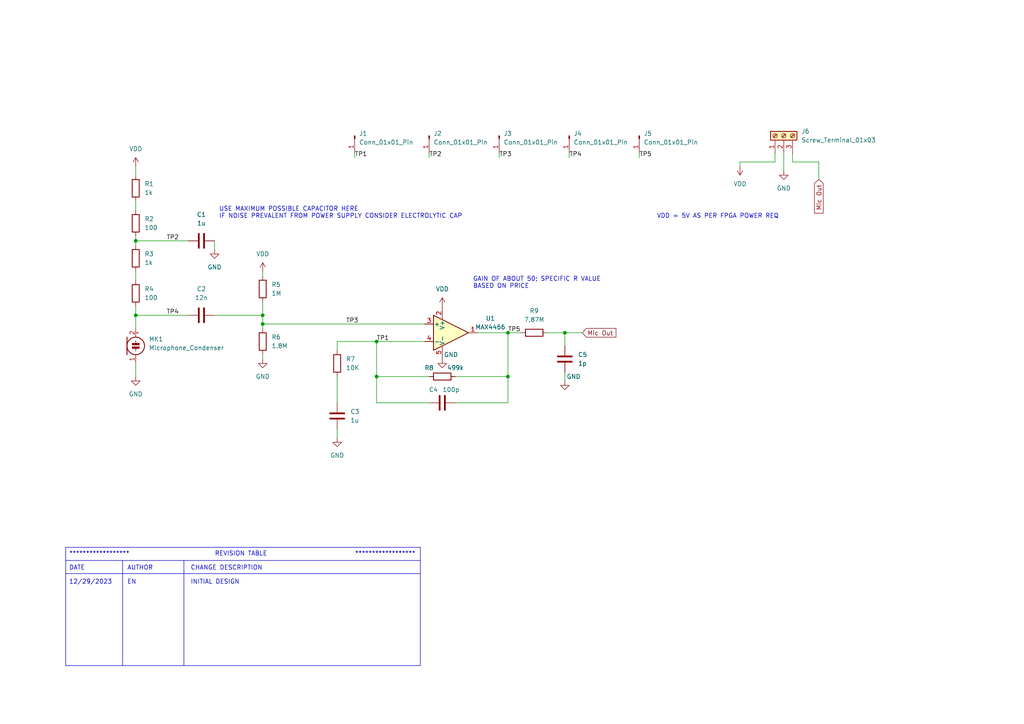
<source format=kicad_sch>
(kicad_sch (version 20230121) (generator eeschema)

  (uuid 571519de-2eb8-4552-bf3a-b048993b617b)

  (paper "A4")

  (title_block
    (title "MICROPHONE SCHEMATIC")
    (rev "A")
    (company "LNVD")
    (comment 1 "AUTHOR: EVAN NEWELL")
  )

  (lib_symbols
    (symbol "Amplifier_Operational:TSV911RILT" (pin_names (offset 0.127)) (in_bom yes) (on_board yes)
      (property "Reference" "U" (at 0 5.08 0)
        (effects (font (size 1.27 1.27)) (justify left))
      )
      (property "Value" "TSV911RILT" (at 0 -5.08 0)
        (effects (font (size 1.27 1.27)) (justify left))
      )
      (property "Footprint" "Package_TO_SOT_SMD:SOT-23-5" (at 0 0 0)
        (effects (font (size 1.27 1.27)) hide)
      )
      (property "Datasheet" "www.st.com/resource/en/datasheet/tsv911.pdf" (at 0 5.08 0)
        (effects (font (size 1.27 1.27)) hide)
      )
      (property "ki_keywords" "single opamp" (at 0 0 0)
        (effects (font (size 1.27 1.27)) hide)
      )
      (property "ki_description" "Single rail-to-rail input/output 8 MHz operational amplifiers, SOT-23-5" (at 0 0 0)
        (effects (font (size 1.27 1.27)) hide)
      )
      (property "ki_fp_filters" "SOT?23*" (at 0 0 0)
        (effects (font (size 1.27 1.27)) hide)
      )
      (symbol "TSV911RILT_0_1"
        (polyline
          (pts
            (xy -5.08 5.08)
            (xy 5.08 0)
            (xy -5.08 -5.08)
            (xy -5.08 5.08)
          )
          (stroke (width 0.254) (type default))
          (fill (type background))
        )
        (pin power_in line (at -2.54 7.62 270) (length 3.81)
          (name "V+" (effects (font (size 1.27 1.27))))
          (number "2" (effects (font (size 1.27 1.27))))
        )
        (pin power_in line (at -2.54 -7.62 90) (length 3.81)
          (name "V-" (effects (font (size 1.27 1.27))))
          (number "5" (effects (font (size 1.27 1.27))))
        )
      )
      (symbol "TSV911RILT_1_1"
        (pin output line (at 7.62 0 180) (length 2.54)
          (name "~" (effects (font (size 1.27 1.27))))
          (number "1" (effects (font (size 1.27 1.27))))
        )
        (pin input line (at -7.62 2.54 0) (length 2.54)
          (name "+" (effects (font (size 1.27 1.27))))
          (number "3" (effects (font (size 1.27 1.27))))
        )
        (pin input line (at -7.62 -2.54 0) (length 2.54)
          (name "-" (effects (font (size 1.27 1.27))))
          (number "4" (effects (font (size 1.27 1.27))))
        )
      )
    )
    (symbol "Connector:Conn_01x01_Pin" (pin_names (offset 1.016) hide) (in_bom yes) (on_board yes)
      (property "Reference" "J" (at 0 2.54 0)
        (effects (font (size 1.27 1.27)))
      )
      (property "Value" "Conn_01x01_Pin" (at 0 -2.54 0)
        (effects (font (size 1.27 1.27)))
      )
      (property "Footprint" "" (at 0 0 0)
        (effects (font (size 1.27 1.27)) hide)
      )
      (property "Datasheet" "~" (at 0 0 0)
        (effects (font (size 1.27 1.27)) hide)
      )
      (property "ki_locked" "" (at 0 0 0)
        (effects (font (size 1.27 1.27)))
      )
      (property "ki_keywords" "connector" (at 0 0 0)
        (effects (font (size 1.27 1.27)) hide)
      )
      (property "ki_description" "Generic connector, single row, 01x01, script generated" (at 0 0 0)
        (effects (font (size 1.27 1.27)) hide)
      )
      (property "ki_fp_filters" "Connector*:*_1x??_*" (at 0 0 0)
        (effects (font (size 1.27 1.27)) hide)
      )
      (symbol "Conn_01x01_Pin_1_1"
        (polyline
          (pts
            (xy 1.27 0)
            (xy 0.8636 0)
          )
          (stroke (width 0.1524) (type default))
          (fill (type none))
        )
        (rectangle (start 0.8636 0.127) (end 0 -0.127)
          (stroke (width 0.1524) (type default))
          (fill (type outline))
        )
        (pin passive line (at 5.08 0 180) (length 3.81)
          (name "Pin_1" (effects (font (size 1.27 1.27))))
          (number "1" (effects (font (size 1.27 1.27))))
        )
      )
    )
    (symbol "Connector:Screw_Terminal_01x03" (pin_names (offset 1.016) hide) (in_bom yes) (on_board yes)
      (property "Reference" "J" (at 0 5.08 0)
        (effects (font (size 1.27 1.27)))
      )
      (property "Value" "Screw_Terminal_01x03" (at 0 -5.08 0)
        (effects (font (size 1.27 1.27)))
      )
      (property "Footprint" "" (at 0 0 0)
        (effects (font (size 1.27 1.27)) hide)
      )
      (property "Datasheet" "~" (at 0 0 0)
        (effects (font (size 1.27 1.27)) hide)
      )
      (property "ki_keywords" "screw terminal" (at 0 0 0)
        (effects (font (size 1.27 1.27)) hide)
      )
      (property "ki_description" "Generic screw terminal, single row, 01x03, script generated (kicad-library-utils/schlib/autogen/connector/)" (at 0 0 0)
        (effects (font (size 1.27 1.27)) hide)
      )
      (property "ki_fp_filters" "TerminalBlock*:*" (at 0 0 0)
        (effects (font (size 1.27 1.27)) hide)
      )
      (symbol "Screw_Terminal_01x03_1_1"
        (rectangle (start -1.27 3.81) (end 1.27 -3.81)
          (stroke (width 0.254) (type default))
          (fill (type background))
        )
        (circle (center 0 -2.54) (radius 0.635)
          (stroke (width 0.1524) (type default))
          (fill (type none))
        )
        (polyline
          (pts
            (xy -0.5334 -2.2098)
            (xy 0.3302 -3.048)
          )
          (stroke (width 0.1524) (type default))
          (fill (type none))
        )
        (polyline
          (pts
            (xy -0.5334 0.3302)
            (xy 0.3302 -0.508)
          )
          (stroke (width 0.1524) (type default))
          (fill (type none))
        )
        (polyline
          (pts
            (xy -0.5334 2.8702)
            (xy 0.3302 2.032)
          )
          (stroke (width 0.1524) (type default))
          (fill (type none))
        )
        (polyline
          (pts
            (xy -0.3556 -2.032)
            (xy 0.508 -2.8702)
          )
          (stroke (width 0.1524) (type default))
          (fill (type none))
        )
        (polyline
          (pts
            (xy -0.3556 0.508)
            (xy 0.508 -0.3302)
          )
          (stroke (width 0.1524) (type default))
          (fill (type none))
        )
        (polyline
          (pts
            (xy -0.3556 3.048)
            (xy 0.508 2.2098)
          )
          (stroke (width 0.1524) (type default))
          (fill (type none))
        )
        (circle (center 0 0) (radius 0.635)
          (stroke (width 0.1524) (type default))
          (fill (type none))
        )
        (circle (center 0 2.54) (radius 0.635)
          (stroke (width 0.1524) (type default))
          (fill (type none))
        )
        (pin passive line (at -5.08 2.54 0) (length 3.81)
          (name "Pin_1" (effects (font (size 1.27 1.27))))
          (number "1" (effects (font (size 1.27 1.27))))
        )
        (pin passive line (at -5.08 0 0) (length 3.81)
          (name "Pin_2" (effects (font (size 1.27 1.27))))
          (number "2" (effects (font (size 1.27 1.27))))
        )
        (pin passive line (at -5.08 -2.54 0) (length 3.81)
          (name "Pin_3" (effects (font (size 1.27 1.27))))
          (number "3" (effects (font (size 1.27 1.27))))
        )
      )
    )
    (symbol "Device:C" (pin_numbers hide) (pin_names (offset 0.254)) (in_bom yes) (on_board yes)
      (property "Reference" "C" (at 0.635 2.54 0)
        (effects (font (size 1.27 1.27)) (justify left))
      )
      (property "Value" "C" (at 0.635 -2.54 0)
        (effects (font (size 1.27 1.27)) (justify left))
      )
      (property "Footprint" "" (at 0.9652 -3.81 0)
        (effects (font (size 1.27 1.27)) hide)
      )
      (property "Datasheet" "~" (at 0 0 0)
        (effects (font (size 1.27 1.27)) hide)
      )
      (property "ki_keywords" "cap capacitor" (at 0 0 0)
        (effects (font (size 1.27 1.27)) hide)
      )
      (property "ki_description" "Unpolarized capacitor" (at 0 0 0)
        (effects (font (size 1.27 1.27)) hide)
      )
      (property "ki_fp_filters" "C_*" (at 0 0 0)
        (effects (font (size 1.27 1.27)) hide)
      )
      (symbol "C_0_1"
        (polyline
          (pts
            (xy -2.032 -0.762)
            (xy 2.032 -0.762)
          )
          (stroke (width 0.508) (type default))
          (fill (type none))
        )
        (polyline
          (pts
            (xy -2.032 0.762)
            (xy 2.032 0.762)
          )
          (stroke (width 0.508) (type default))
          (fill (type none))
        )
      )
      (symbol "C_1_1"
        (pin passive line (at 0 3.81 270) (length 2.794)
          (name "~" (effects (font (size 1.27 1.27))))
          (number "1" (effects (font (size 1.27 1.27))))
        )
        (pin passive line (at 0 -3.81 90) (length 2.794)
          (name "~" (effects (font (size 1.27 1.27))))
          (number "2" (effects (font (size 1.27 1.27))))
        )
      )
    )
    (symbol "Device:Microphone_Condenser" (pin_names (offset 0.0254) hide) (in_bom yes) (on_board yes)
      (property "Reference" "MK" (at -3.302 1.27 0)
        (effects (font (size 1.27 1.27)) (justify right))
      )
      (property "Value" "Microphone_Condenser" (at -3.302 -0.635 0)
        (effects (font (size 1.27 1.27)) (justify right))
      )
      (property "Footprint" "" (at 0 2.54 90)
        (effects (font (size 1.27 1.27)) hide)
      )
      (property "Datasheet" "~" (at 0 2.54 90)
        (effects (font (size 1.27 1.27)) hide)
      )
      (property "ki_keywords" "capacitance condenser microphone" (at 0 0 0)
        (effects (font (size 1.27 1.27)) hide)
      )
      (property "ki_description" "Condenser microphone" (at 0 0 0)
        (effects (font (size 1.27 1.27)) hide)
      )
      (symbol "Microphone_Condenser_0_1"
        (polyline
          (pts
            (xy -2.54 2.54)
            (xy -2.54 -2.54)
          )
          (stroke (width 0.254) (type default))
          (fill (type none))
        )
        (polyline
          (pts
            (xy 0 -0.762)
            (xy 0 -1.524)
          )
          (stroke (width 0) (type default))
          (fill (type none))
        )
        (polyline
          (pts
            (xy 0 0.762)
            (xy 0 1.524)
          )
          (stroke (width 0) (type default))
          (fill (type none))
        )
        (polyline
          (pts
            (xy 0.254 3.81)
            (xy 0.762 3.81)
          )
          (stroke (width 0) (type default))
          (fill (type none))
        )
        (polyline
          (pts
            (xy 0.508 4.064)
            (xy 0.508 3.556)
          )
          (stroke (width 0) (type default))
          (fill (type none))
        )
        (circle (center 0 0) (radius 2.54)
          (stroke (width 0.254) (type default))
          (fill (type none))
        )
        (rectangle (start 1.016 -0.254) (end -1.016 -0.762)
          (stroke (width 0) (type default))
          (fill (type outline))
        )
        (rectangle (start 1.016 0.762) (end -1.016 0.254)
          (stroke (width 0) (type default))
          (fill (type outline))
        )
      )
      (symbol "Microphone_Condenser_1_1"
        (pin passive line (at 0 -5.08 90) (length 2.54)
          (name "-" (effects (font (size 1.27 1.27))))
          (number "1" (effects (font (size 1.27 1.27))))
        )
        (pin passive line (at 0 5.08 270) (length 2.54)
          (name "+" (effects (font (size 1.27 1.27))))
          (number "2" (effects (font (size 1.27 1.27))))
        )
      )
    )
    (symbol "Device:R" (pin_numbers hide) (pin_names (offset 0)) (in_bom yes) (on_board yes)
      (property "Reference" "R" (at 2.032 0 90)
        (effects (font (size 1.27 1.27)))
      )
      (property "Value" "R" (at 0 0 90)
        (effects (font (size 1.27 1.27)))
      )
      (property "Footprint" "" (at -1.778 0 90)
        (effects (font (size 1.27 1.27)) hide)
      )
      (property "Datasheet" "~" (at 0 0 0)
        (effects (font (size 1.27 1.27)) hide)
      )
      (property "ki_keywords" "R res resistor" (at 0 0 0)
        (effects (font (size 1.27 1.27)) hide)
      )
      (property "ki_description" "Resistor" (at 0 0 0)
        (effects (font (size 1.27 1.27)) hide)
      )
      (property "ki_fp_filters" "R_*" (at 0 0 0)
        (effects (font (size 1.27 1.27)) hide)
      )
      (symbol "R_0_1"
        (rectangle (start -1.016 -2.54) (end 1.016 2.54)
          (stroke (width 0.254) (type default))
          (fill (type none))
        )
      )
      (symbol "R_1_1"
        (pin passive line (at 0 3.81 270) (length 1.27)
          (name "~" (effects (font (size 1.27 1.27))))
          (number "1" (effects (font (size 1.27 1.27))))
        )
        (pin passive line (at 0 -3.81 90) (length 1.27)
          (name "~" (effects (font (size 1.27 1.27))))
          (number "2" (effects (font (size 1.27 1.27))))
        )
      )
    )
    (symbol "power:GND" (power) (pin_names (offset 0)) (in_bom yes) (on_board yes)
      (property "Reference" "#PWR" (at 0 -6.35 0)
        (effects (font (size 1.27 1.27)) hide)
      )
      (property "Value" "GND" (at 0 -3.81 0)
        (effects (font (size 1.27 1.27)))
      )
      (property "Footprint" "" (at 0 0 0)
        (effects (font (size 1.27 1.27)) hide)
      )
      (property "Datasheet" "" (at 0 0 0)
        (effects (font (size 1.27 1.27)) hide)
      )
      (property "ki_keywords" "global power" (at 0 0 0)
        (effects (font (size 1.27 1.27)) hide)
      )
      (property "ki_description" "Power symbol creates a global label with name \"GND\" , ground" (at 0 0 0)
        (effects (font (size 1.27 1.27)) hide)
      )
      (symbol "GND_0_1"
        (polyline
          (pts
            (xy 0 0)
            (xy 0 -1.27)
            (xy 1.27 -1.27)
            (xy 0 -2.54)
            (xy -1.27 -1.27)
            (xy 0 -1.27)
          )
          (stroke (width 0) (type default))
          (fill (type none))
        )
      )
      (symbol "GND_1_1"
        (pin power_in line (at 0 0 270) (length 0) hide
          (name "GND" (effects (font (size 1.27 1.27))))
          (number "1" (effects (font (size 1.27 1.27))))
        )
      )
    )
    (symbol "power:VDD" (power) (pin_names (offset 0)) (in_bom yes) (on_board yes)
      (property "Reference" "#PWR" (at 0 -3.81 0)
        (effects (font (size 1.27 1.27)) hide)
      )
      (property "Value" "VDD" (at 0 3.81 0)
        (effects (font (size 1.27 1.27)))
      )
      (property "Footprint" "" (at 0 0 0)
        (effects (font (size 1.27 1.27)) hide)
      )
      (property "Datasheet" "" (at 0 0 0)
        (effects (font (size 1.27 1.27)) hide)
      )
      (property "ki_keywords" "global power" (at 0 0 0)
        (effects (font (size 1.27 1.27)) hide)
      )
      (property "ki_description" "Power symbol creates a global label with name \"VDD\"" (at 0 0 0)
        (effects (font (size 1.27 1.27)) hide)
      )
      (symbol "VDD_0_1"
        (polyline
          (pts
            (xy -0.762 1.27)
            (xy 0 2.54)
          )
          (stroke (width 0) (type default))
          (fill (type none))
        )
        (polyline
          (pts
            (xy 0 0)
            (xy 0 2.54)
          )
          (stroke (width 0) (type default))
          (fill (type none))
        )
        (polyline
          (pts
            (xy 0 2.54)
            (xy 0.762 1.27)
          )
          (stroke (width 0) (type default))
          (fill (type none))
        )
      )
      (symbol "VDD_1_1"
        (pin power_in line (at 0 0 90) (length 0) hide
          (name "VDD" (effects (font (size 1.27 1.27))))
          (number "1" (effects (font (size 1.27 1.27))))
        )
      )
    )
  )

  (junction (at 39.37 91.44) (diameter 0) (color 0 0 0 0)
    (uuid 2f56f7c9-394f-4255-802a-1e0694fde849)
  )
  (junction (at 39.37 69.85) (diameter 0) (color 0 0 0 0)
    (uuid 589e516c-c88d-4e51-ab9f-a88c2bfd3a15)
  )
  (junction (at 109.22 109.22) (diameter 0) (color 0 0 0 0)
    (uuid 6eaa23c2-72ab-4211-a46a-65e526106bd9)
  )
  (junction (at 147.32 96.52) (diameter 0) (color 0 0 0 0)
    (uuid 9d6e953f-d34a-4592-8628-e11865b5a1be)
  )
  (junction (at 147.32 109.22) (diameter 0) (color 0 0 0 0)
    (uuid ca528db7-21d0-46c7-bb86-dcf005610b07)
  )
  (junction (at 76.2 91.44) (diameter 0) (color 0 0 0 0)
    (uuid cdb7ab73-1195-46a1-9a97-92f7a2f0bbee)
  )
  (junction (at 109.22 99.06) (diameter 0) (color 0 0 0 0)
    (uuid d7cdf9c1-6e75-4c05-93a5-b5735f32ecc1)
  )
  (junction (at 163.83 96.52) (diameter 0) (color 0 0 0 0)
    (uuid ea54582b-4a74-4918-aff1-b0b4e0273c3f)
  )
  (junction (at 76.2 93.98) (diameter 0) (color 0 0 0 0)
    (uuid f8499a2c-e379-435a-8705-336e722e69aa)
  )

  (wire (pts (xy 39.37 78.74) (xy 39.37 81.28))
    (stroke (width 0) (type default))
    (uuid 058fb24e-6228-4d00-bcf3-8481b6000148)
  )
  (wire (pts (xy 237.49 52.07) (xy 237.49 46.99))
    (stroke (width 0) (type default))
    (uuid 0a4166fb-1fc7-466d-bda5-1b201a8dea47)
  )
  (wire (pts (xy 109.22 99.06) (xy 123.19 99.06))
    (stroke (width 0) (type default))
    (uuid 0acbd19d-d772-46af-b753-2e89e394b631)
  )
  (wire (pts (xy 76.2 93.98) (xy 123.19 93.98))
    (stroke (width 0) (type default))
    (uuid 0b78a5d2-6936-40b1-be79-53cefa7345dc)
  )
  (polyline (pts (xy 53.34 162.56) (xy 53.34 193.04))
    (stroke (width 0) (type default))
    (uuid 0c436b25-cc4e-4814-8784-aa93cd99f9a7)
  )

  (wire (pts (xy 62.23 72.39) (xy 62.23 69.85))
    (stroke (width 0) (type default))
    (uuid 10124c87-80d7-49fd-b89d-619c7de5c06e)
  )
  (polyline (pts (xy 19.05 166.37) (xy 121.92 166.37))
    (stroke (width 0) (type default))
    (uuid 21ba456d-6802-409c-a824-3c5765aeaf4c)
  )

  (wire (pts (xy 39.37 88.9) (xy 39.37 91.44))
    (stroke (width 0) (type default))
    (uuid 26a948c0-3034-4405-9fe3-ccb47055d4de)
  )
  (wire (pts (xy 163.83 96.52) (xy 168.91 96.52))
    (stroke (width 0) (type default))
    (uuid 2ace1c2e-59ec-42f0-baf6-fdb5b14dd5a2)
  )
  (wire (pts (xy 124.46 116.84) (xy 109.22 116.84))
    (stroke (width 0) (type default))
    (uuid 38c2a51a-ce5b-446c-97e1-b7f5836ca04e)
  )
  (wire (pts (xy 214.63 46.99) (xy 214.63 48.26))
    (stroke (width 0) (type default))
    (uuid 3c452847-4d96-4cee-9c78-a41b87ec8ec3)
  )
  (wire (pts (xy 76.2 104.14) (xy 76.2 102.87))
    (stroke (width 0) (type default))
    (uuid 3ce5a339-d126-4bfa-9c47-9aba9a9ab628)
  )
  (wire (pts (xy 151.13 96.52) (xy 147.32 96.52))
    (stroke (width 0) (type default))
    (uuid 49c70d29-ef6b-40a8-9f6c-000ada0f8597)
  )
  (wire (pts (xy 39.37 69.85) (xy 39.37 71.12))
    (stroke (width 0) (type default))
    (uuid 50461457-d2ac-47b6-9413-76928b8c300b)
  )
  (wire (pts (xy 144.78 45.72) (xy 144.78 44.45))
    (stroke (width 0) (type default))
    (uuid 5d1e75d9-ab19-45c0-bf05-9931754e5cc1)
  )
  (wire (pts (xy 109.22 109.22) (xy 124.46 109.22))
    (stroke (width 0) (type default))
    (uuid 5ea7ba68-c87a-41dc-8b42-2e7fd6ea8945)
  )
  (wire (pts (xy 224.79 46.99) (xy 224.79 44.45))
    (stroke (width 0) (type default))
    (uuid 66ab87f1-a3b1-4cd0-b942-dd58e1b890a1)
  )
  (wire (pts (xy 76.2 93.98) (xy 76.2 95.25))
    (stroke (width 0) (type default))
    (uuid 695c3065-392b-4c98-ac80-5394bccb4d0e)
  )
  (wire (pts (xy 147.32 109.22) (xy 132.08 109.22))
    (stroke (width 0) (type default))
    (uuid 6a7c7d02-31ea-405b-b55a-dcad3da7d4ea)
  )
  (wire (pts (xy 39.37 48.26) (xy 39.37 50.8))
    (stroke (width 0) (type default))
    (uuid 6b2219b8-97f6-4470-8b57-33d1319ccb8f)
  )
  (wire (pts (xy 147.32 116.84) (xy 147.32 109.22))
    (stroke (width 0) (type default))
    (uuid 6ce831eb-899c-4036-9ae9-6623e26a3add)
  )
  (wire (pts (xy 147.32 96.52) (xy 147.32 109.22))
    (stroke (width 0) (type default))
    (uuid 813eca34-7196-4baf-ab52-4d6289c4bf0e)
  )
  (wire (pts (xy 138.43 96.52) (xy 147.32 96.52))
    (stroke (width 0) (type default))
    (uuid 8215cad1-5e0d-43cc-a78d-e998c598acc8)
  )
  (wire (pts (xy 124.46 45.72) (xy 124.46 44.45))
    (stroke (width 0) (type default))
    (uuid 83271716-aa57-4709-a50b-ef3356ac48fd)
  )
  (wire (pts (xy 97.79 101.6) (xy 97.79 99.06))
    (stroke (width 0) (type default))
    (uuid 916f536d-00f6-439c-99a5-35edeae8fdd1)
  )
  (wire (pts (xy 97.79 127) (xy 97.79 124.46))
    (stroke (width 0) (type default))
    (uuid 92b970c3-1be4-4f52-8b1e-189027fae94f)
  )
  (wire (pts (xy 214.63 46.99) (xy 224.79 46.99))
    (stroke (width 0) (type default))
    (uuid 92ccabc5-adf3-4e29-8997-e2222a523d1a)
  )
  (wire (pts (xy 109.22 99.06) (xy 109.22 109.22))
    (stroke (width 0) (type default))
    (uuid 972cfbdf-6bbe-4e5e-a519-9b7c9bfdc946)
  )
  (wire (pts (xy 163.83 96.52) (xy 163.83 100.33))
    (stroke (width 0) (type default))
    (uuid 97b575fb-4f42-4986-b0f4-bdc7f3d37c46)
  )
  (wire (pts (xy 39.37 109.22) (xy 39.37 105.41))
    (stroke (width 0) (type default))
    (uuid 9872d244-dd0f-40f7-be45-60e1df9b3b2c)
  )
  (wire (pts (xy 132.08 116.84) (xy 147.32 116.84))
    (stroke (width 0) (type default))
    (uuid 9b9237c3-8f83-4146-82b8-c71a618ab728)
  )
  (polyline (pts (xy 19.05 162.56) (xy 121.92 162.56))
    (stroke (width 0) (type default))
    (uuid 9bb3661c-aacd-4dd4-8a9d-7151c9e00f5b)
  )

  (wire (pts (xy 76.2 87.63) (xy 76.2 91.44))
    (stroke (width 0) (type default))
    (uuid 9ee69d0a-f3e0-4f21-a885-5d29a3dda0d8)
  )
  (wire (pts (xy 39.37 68.58) (xy 39.37 69.85))
    (stroke (width 0) (type default))
    (uuid a38153b3-e05e-4e9e-93d8-e247d19f7e22)
  )
  (wire (pts (xy 39.37 58.42) (xy 39.37 60.96))
    (stroke (width 0) (type default))
    (uuid a442eca6-3b99-4e31-9a05-771e3cbdea93)
  )
  (polyline (pts (xy 35.56 162.56) (xy 35.56 193.04))
    (stroke (width 0) (type default))
    (uuid a9c77a76-2b59-42b5-9c3a-2a5f4ec1fee0)
  )

  (wire (pts (xy 227.33 49.53) (xy 227.33 44.45))
    (stroke (width 0) (type default))
    (uuid b9161542-a5bb-4209-8a75-0aa67201e924)
  )
  (wire (pts (xy 39.37 91.44) (xy 39.37 95.25))
    (stroke (width 0) (type default))
    (uuid bc68ef61-6d78-4e10-b2f1-3d0c9d7f9b8b)
  )
  (wire (pts (xy 163.83 110.49) (xy 163.83 107.95))
    (stroke (width 0) (type default))
    (uuid bf2aff6c-59b2-4bac-86f2-60bc9adb2fe8)
  )
  (wire (pts (xy 165.1 45.72) (xy 165.1 44.45))
    (stroke (width 0) (type default))
    (uuid c1aec1c3-41fa-4029-9755-5d75d86d5d9c)
  )
  (wire (pts (xy 237.49 46.99) (xy 229.87 46.99))
    (stroke (width 0) (type default))
    (uuid c201a823-b1bd-4b1e-b449-b07c3d32088e)
  )
  (wire (pts (xy 76.2 78.74) (xy 76.2 80.01))
    (stroke (width 0) (type default))
    (uuid c8d9d2c4-88a3-4dfb-9ac8-2ed55bfc8bd0)
  )
  (wire (pts (xy 39.37 91.44) (xy 54.61 91.44))
    (stroke (width 0) (type default))
    (uuid cce14976-2f45-4b1d-baab-dc94b9848eb8)
  )
  (wire (pts (xy 102.87 45.72) (xy 102.87 44.45))
    (stroke (width 0) (type default))
    (uuid d7040721-b59b-480e-b6d8-09dc698b9b0f)
  )
  (wire (pts (xy 76.2 91.44) (xy 76.2 93.98))
    (stroke (width 0) (type default))
    (uuid d88b3a2f-d5bc-487c-8e81-b09466d444b5)
  )
  (wire (pts (xy 229.87 46.99) (xy 229.87 44.45))
    (stroke (width 0) (type default))
    (uuid dac6dabd-65e5-441d-9bf0-67942fbf1598)
  )
  (wire (pts (xy 185.42 45.72) (xy 185.42 44.45))
    (stroke (width 0) (type default))
    (uuid dd954b27-5cff-41af-936c-08a570ccb4c5)
  )
  (wire (pts (xy 158.75 96.52) (xy 163.83 96.52))
    (stroke (width 0) (type default))
    (uuid e022d902-42d7-42e9-bf9c-60a1e46969d3)
  )
  (wire (pts (xy 97.79 109.22) (xy 97.79 116.84))
    (stroke (width 0) (type default))
    (uuid e3e06534-8bbc-421d-aa5c-173d960127ee)
  )
  (wire (pts (xy 54.61 69.85) (xy 39.37 69.85))
    (stroke (width 0) (type default))
    (uuid f68d657f-6533-45f5-ac39-1aa51d3251c5)
  )
  (wire (pts (xy 97.79 99.06) (xy 109.22 99.06))
    (stroke (width 0) (type default))
    (uuid fd5e0b20-413a-428f-9a1c-81d141cb974b)
  )
  (wire (pts (xy 109.22 109.22) (xy 109.22 116.84))
    (stroke (width 0) (type default))
    (uuid fe6353e3-fc2c-49b8-a310-d1146f131805)
  )
  (wire (pts (xy 62.23 91.44) (xy 76.2 91.44))
    (stroke (width 0) (type default))
    (uuid fe6a2aa2-c6f0-49e7-9b90-af011321bcae)
  )

  (text_box "******************				  REVISION TABLE				  ******************\n	\nDATE		  AUTHOR		CHANGE DESCRIPTION\n\n12/29/2023	  EN			INITIAL DESIGN"
    (at 19.05 158.75 0) (size 102.87 34.29)
    (stroke (width 0) (type default))
    (fill (type none))
    (effects (font (size 1.27 1.27)) (justify left top))
    (uuid 46a13f31-3d36-4f16-8ba1-41506d5df85c)
  )

  (text "VDD = 5V AS PER FPGA POWER REQ" (at 190.5 63.5 0)
    (effects (font (size 1.27 1.27)) (justify left bottom))
    (uuid 376e1aa6-1c0a-4c76-af3e-c8f181143656)
  )
  (text "GAIN OF ABOUT 50; SPECIFIC R VALUE\nBASED ON PRICE" (at 137.16 83.82 0)
    (effects (font (size 1.27 1.27)) (justify left bottom))
    (uuid 7a747be9-f068-4b15-8a03-48f01970e6b1)
  )
  (text "USE MAXIMUM POSSIBLE CAPACITOR HERE \nIF NOISE PREVALENT FROM POWER SUPPLY CONSIDER ELECTROLYTIC CAP"
    (at 63.5 63.5 0)
    (effects (font (size 1.27 1.27)) (justify left bottom))
    (uuid fc3b8a7e-2acf-4721-86cb-fc09718e3217)
  )

  (label "TP4" (at 48.26 91.44 0) (fields_autoplaced)
    (effects (font (size 1.27 1.27)) (justify left bottom))
    (uuid 235dcca0-6339-4932-8011-3b53f0ffeed5)
  )
  (label "TP4" (at 165.1 45.72 0) (fields_autoplaced)
    (effects (font (size 1.27 1.27)) (justify left bottom))
    (uuid 6fcfc910-fea4-4038-bd87-e86845ce2ac7)
  )
  (label "TP3" (at 144.78 45.72 0) (fields_autoplaced)
    (effects (font (size 1.27 1.27)) (justify left bottom))
    (uuid 82822cc7-60f8-4c04-869e-98a63f532978)
  )
  (label "TP5" (at 147.32 96.52 0) (fields_autoplaced)
    (effects (font (size 1.27 1.27)) (justify left bottom))
    (uuid 9191baaa-ac7e-4540-8666-9d53ae33f16e)
  )
  (label "TP3" (at 100.33 93.98 0) (fields_autoplaced)
    (effects (font (size 1.27 1.27)) (justify left bottom))
    (uuid 9757b2ce-3945-4682-8e13-2283c4d932ea)
  )
  (label "TP1" (at 102.87 45.72 0) (fields_autoplaced)
    (effects (font (size 1.27 1.27)) (justify left bottom))
    (uuid 9fd81471-a5be-4fce-bf42-dc5aa12b151b)
  )
  (label "TP2" (at 48.26 69.85 0) (fields_autoplaced)
    (effects (font (size 1.27 1.27)) (justify left bottom))
    (uuid aab68071-2909-4918-a8ec-1678cf7f1fcb)
  )
  (label "TP1" (at 109.22 99.06 0) (fields_autoplaced)
    (effects (font (size 1.27 1.27)) (justify left bottom))
    (uuid b9629f90-3ec2-407d-8a85-0cc9c2f60526)
  )
  (label "TP2" (at 124.46 45.72 0) (fields_autoplaced)
    (effects (font (size 1.27 1.27)) (justify left bottom))
    (uuid f0154702-a343-44d3-b338-37645d0f96a6)
  )
  (label "TP5" (at 185.42 45.72 0) (fields_autoplaced)
    (effects (font (size 1.27 1.27)) (justify left bottom))
    (uuid f8a32d00-359c-475a-a79d-c67345c9c62a)
  )

  (global_label "Mic Out" (shape input) (at 168.91 96.52 0) (fields_autoplaced)
    (effects (font (size 1.27 1.27)) (justify left))
    (uuid 2b9ab0a3-ad82-4de0-ad9b-8b5bd2e5abb1)
    (property "Intersheetrefs" "${INTERSHEET_REFS}" (at 179.2128 96.52 0)
      (effects (font (size 1.27 1.27)) (justify left) hide)
    )
  )
  (global_label "Mic Out" (shape input) (at 237.49 52.07 270) (fields_autoplaced)
    (effects (font (size 1.27 1.27)) (justify right))
    (uuid aeb87312-bfcb-4140-baa3-e6d034afc62a)
    (property "Intersheetrefs" "${INTERSHEET_REFS}" (at 237.49 62.3728 90)
      (effects (font (size 1.27 1.27)) (justify right) hide)
    )
  )

  (symbol (lib_id "Connector:Conn_01x01_Pin") (at 102.87 39.37 270) (unit 1)
    (in_bom yes) (on_board yes) (dnp no) (fields_autoplaced)
    (uuid 13095dd7-8abd-4fe3-a4cb-9f663d840053)
    (property "Reference" "J1" (at 104.14 38.735 90)
      (effects (font (size 1.27 1.27)) (justify left))
    )
    (property "Value" "Conn_01x01_Pin" (at 104.14 41.275 90)
      (effects (font (size 1.27 1.27)) (justify left))
    )
    (property "Footprint" "Library:ADAM-TECH_PH1-01-UA" (at 102.87 39.37 0)
      (effects (font (size 1.27 1.27)) hide)
    )
    (property "Datasheet" "chrome-extension://efaidnbmnnnibpcajpcglclefindmkaj/https://app.adam-tech.com/products/download/data_sheet/201605/ph1-xx-ua-data-sheet.pdf" (at 102.87 39.37 0)
      (effects (font (size 1.27 1.27)) hide)
    )
    (property "Digikey Part #" "PH1-01-UA" (at 102.87 39.37 0)
      (effects (font (size 1.27 1.27)) hide)
    )
    (property "Price" "$0.10" (at 102.87 39.37 0)
      (effects (font (size 1.27 1.27)) hide)
    )
    (pin "1" (uuid 7254c230-eb07-4f2b-be8b-21c5eea1b3f8))
    (instances
      (project "Microphone"
        (path "/571519de-2eb8-4552-bf3a-b048993b617b"
          (reference "J1") (unit 1)
        )
      )
    )
  )

  (symbol (lib_id "Connector:Conn_01x01_Pin") (at 144.78 39.37 270) (unit 1)
    (in_bom yes) (on_board yes) (dnp no) (fields_autoplaced)
    (uuid 187992c8-2db7-43e3-a6cf-1bf6de020549)
    (property "Reference" "J3" (at 146.05 38.735 90)
      (effects (font (size 1.27 1.27)) (justify left))
    )
    (property "Value" "Conn_01x01_Pin" (at 146.05 41.275 90)
      (effects (font (size 1.27 1.27)) (justify left))
    )
    (property "Footprint" "Library:ADAM-TECH_PH1-01-UA" (at 144.78 39.37 0)
      (effects (font (size 1.27 1.27)) hide)
    )
    (property "Datasheet" "chrome-extension://efaidnbmnnnibpcajpcglclefindmkaj/https://app.adam-tech.com/products/download/data_sheet/201605/ph1-xx-ua-data-sheet.pdf" (at 144.78 39.37 0)
      (effects (font (size 1.27 1.27)) hide)
    )
    (property "Digikey Part #" "PH1-01-UA" (at 144.78 39.37 0)
      (effects (font (size 1.27 1.27)) hide)
    )
    (property "Price" "$0.10" (at 144.78 39.37 0)
      (effects (font (size 1.27 1.27)) hide)
    )
    (pin "1" (uuid 6acd4b8a-0bc2-43e7-942a-c8c125a206b0))
    (instances
      (project "Microphone"
        (path "/571519de-2eb8-4552-bf3a-b048993b617b"
          (reference "J3") (unit 1)
        )
      )
    )
  )

  (symbol (lib_id "Device:R") (at 76.2 83.82 0) (unit 1)
    (in_bom yes) (on_board yes) (dnp no) (fields_autoplaced)
    (uuid 19c0c030-66d3-4f05-81fd-f347db3289fc)
    (property "Reference" "R5" (at 78.74 82.55 0)
      (effects (font (size 1.27 1.27)) (justify left))
    )
    (property "Value" "1M" (at 78.74 85.09 0)
      (effects (font (size 1.27 1.27)) (justify left))
    )
    (property "Footprint" "Library:RESC2012X60N" (at 74.422 83.82 90)
      (effects (font (size 1.27 1.27)) hide)
    )
    (property "Datasheet" "~chrome-extension://efaidnbmnnnibpcajpcglclefindmkaj/https://www.seielect.com/catalog/sei-rmcf_rmcp.pdf" (at 76.2 83.82 0)
      (effects (font (size 1.27 1.27)) hide)
    )
    (property "Digikey Part #" "RMCF0805FG1M00" (at 76.2 83.82 0)
      (effects (font (size 1.27 1.27)) hide)
    )
    (property "Price" "$0.10" (at 76.2 83.82 0)
      (effects (font (size 1.27 1.27)) hide)
    )
    (pin "1" (uuid 198ee9bf-b6a6-4c9e-b0b0-e4c335552390))
    (pin "2" (uuid b0833113-0e46-4212-8db0-db7334f4e78f))
    (instances
      (project "Microphone"
        (path "/571519de-2eb8-4552-bf3a-b048993b617b"
          (reference "R5") (unit 1)
        )
      )
    )
  )

  (symbol (lib_id "power:VDD") (at 214.63 48.26 180) (unit 1)
    (in_bom yes) (on_board yes) (dnp no) (fields_autoplaced)
    (uuid 218150d5-1054-4da1-92ed-55402af95dc2)
    (property "Reference" "#PWR010" (at 214.63 44.45 0)
      (effects (font (size 1.27 1.27)) hide)
    )
    (property "Value" "VDD" (at 214.63 53.34 0)
      (effects (font (size 1.27 1.27)))
    )
    (property "Footprint" "" (at 214.63 48.26 0)
      (effects (font (size 1.27 1.27)) hide)
    )
    (property "Datasheet" "" (at 214.63 48.26 0)
      (effects (font (size 1.27 1.27)) hide)
    )
    (pin "1" (uuid 9cbb6761-21f1-4955-8b08-b6e65080a895))
    (instances
      (project "Microphone"
        (path "/571519de-2eb8-4552-bf3a-b048993b617b"
          (reference "#PWR010") (unit 1)
        )
      )
    )
  )

  (symbol (lib_id "Amplifier_Operational:TSV911RILT") (at 130.81 96.52 0) (unit 1)
    (in_bom yes) (on_board yes) (dnp no) (fields_autoplaced)
    (uuid 21836598-4f3b-478d-ae80-bf9fa189d4c0)
    (property "Reference" "U1" (at 142.24 92.3291 0)
      (effects (font (size 1.27 1.27)))
    )
    (property "Value" "MAX4466" (at 142.24 94.8691 0)
      (effects (font (size 1.27 1.27)))
    )
    (property "Footprint" "Library:Mic_Op_Amp" (at 130.81 96.52 0)
      (effects (font (size 1.27 1.27)) hide)
    )
    (property "Datasheet" "chrome-extension://efaidnbmnnnibpcajpcglclefindmkaj/https://www.analog.com/media/en/technical-documentation/data-sheets/max4465-max4469.pdf" (at 130.81 91.44 0)
      (effects (font (size 1.27 1.27)) hide)
    )
    (property "Digikey Part #" "MAX4466EXK+T" (at 130.81 96.52 0)
      (effects (font (size 1.27 1.27)) hide)
    )
    (property "Price" "$0.90" (at 130.81 96.52 0)
      (effects (font (size 1.27 1.27)) hide)
    )
    (pin "2" (uuid 084761de-4cc4-4654-913b-27b528a7b9ad))
    (pin "5" (uuid 9a44c6a6-f30f-4eab-84c6-b6e1f493df7c))
    (pin "1" (uuid aafdf380-4136-441c-9609-158d84e0be01))
    (pin "3" (uuid 8192ec4b-c8fa-418a-8fe0-8fe8804d8440))
    (pin "4" (uuid 1684c828-394d-4b50-b866-54357f39cbea))
    (instances
      (project "Microphone"
        (path "/571519de-2eb8-4552-bf3a-b048993b617b"
          (reference "U1") (unit 1)
        )
      )
    )
  )

  (symbol (lib_id "Device:R") (at 154.94 96.52 90) (unit 1)
    (in_bom yes) (on_board yes) (dnp no) (fields_autoplaced)
    (uuid 2911d11c-49da-449d-85fa-a30f41e38394)
    (property "Reference" "R9" (at 154.94 90.17 90)
      (effects (font (size 1.27 1.27)))
    )
    (property "Value" "7.87M" (at 154.94 92.71 90)
      (effects (font (size 1.27 1.27)))
    )
    (property "Footprint" "Library:RES_R1206_ROM-M" (at 154.94 98.298 90)
      (effects (font (size 1.27 1.27)) hide)
    )
    (property "Datasheet" "chrome-extension://efaidnbmnnnibpcajpcglclefindmkaj/https://fscdn.rohm.com/en/products/databook/datasheet/passive/resistor/chip_resistor/ktr-e.pdf" (at 154.94 96.52 0)
      (effects (font (size 1.27 1.27)) hide)
    )
    (property "Digikey Part #" "KTR18EZPF7874" (at 154.94 96.52 90)
      (effects (font (size 1.27 1.27)) hide)
    )
    (property "Price" "$0.21" (at 154.94 96.52 90)
      (effects (font (size 1.27 1.27)) hide)
    )
    (pin "1" (uuid b882f4b5-e44d-466a-ac8f-91aa5950743d))
    (pin "2" (uuid daa251d3-3031-430c-97e8-2cd7f3cbe986))
    (instances
      (project "Microphone"
        (path "/571519de-2eb8-4552-bf3a-b048993b617b"
          (reference "R9") (unit 1)
        )
      )
    )
  )

  (symbol (lib_id "power:GND") (at 62.23 72.39 0) (unit 1)
    (in_bom yes) (on_board yes) (dnp no) (fields_autoplaced)
    (uuid 2bdbfd86-45a8-457e-b892-de0f6be5a62a)
    (property "Reference" "#PWR03" (at 62.23 78.74 0)
      (effects (font (size 1.27 1.27)) hide)
    )
    (property "Value" "GND" (at 62.23 77.47 0)
      (effects (font (size 1.27 1.27)))
    )
    (property "Footprint" "" (at 62.23 72.39 0)
      (effects (font (size 1.27 1.27)) hide)
    )
    (property "Datasheet" "" (at 62.23 72.39 0)
      (effects (font (size 1.27 1.27)) hide)
    )
    (pin "1" (uuid e6d520dd-28d1-4e7f-9e8c-ab5d9a09dd38))
    (instances
      (project "Microphone"
        (path "/571519de-2eb8-4552-bf3a-b048993b617b"
          (reference "#PWR03") (unit 1)
        )
      )
    )
  )

  (symbol (lib_id "power:VDD") (at 76.2 78.74 0) (unit 1)
    (in_bom yes) (on_board yes) (dnp no) (fields_autoplaced)
    (uuid 2e556dfe-d813-42c1-803d-101748c945b2)
    (property "Reference" "#PWR04" (at 76.2 82.55 0)
      (effects (font (size 1.27 1.27)) hide)
    )
    (property "Value" "VDD" (at 76.2 73.66 0)
      (effects (font (size 1.27 1.27)))
    )
    (property "Footprint" "" (at 76.2 78.74 0)
      (effects (font (size 1.27 1.27)) hide)
    )
    (property "Datasheet" "" (at 76.2 78.74 0)
      (effects (font (size 1.27 1.27)) hide)
    )
    (pin "1" (uuid 0abcaf86-89f0-480c-b611-f792a21426f8))
    (instances
      (project "Microphone"
        (path "/571519de-2eb8-4552-bf3a-b048993b617b"
          (reference "#PWR04") (unit 1)
        )
      )
    )
  )

  (symbol (lib_id "power:VDD") (at 128.27 88.9 0) (unit 1)
    (in_bom yes) (on_board yes) (dnp no) (fields_autoplaced)
    (uuid 2fd6b391-09c6-4316-9d6a-2c96e9aae5c0)
    (property "Reference" "#PWR07" (at 128.27 92.71 0)
      (effects (font (size 1.27 1.27)) hide)
    )
    (property "Value" "VDD" (at 128.27 83.82 0)
      (effects (font (size 1.27 1.27)))
    )
    (property "Footprint" "" (at 128.27 88.9 0)
      (effects (font (size 1.27 1.27)) hide)
    )
    (property "Datasheet" "" (at 128.27 88.9 0)
      (effects (font (size 1.27 1.27)) hide)
    )
    (pin "1" (uuid 9dd02dc4-eb85-4266-a95b-5a77ca9cb6e6))
    (instances
      (project "Microphone"
        (path "/571519de-2eb8-4552-bf3a-b048993b617b"
          (reference "#PWR07") (unit 1)
        )
      )
    )
  )

  (symbol (lib_id "power:GND") (at 227.33 49.53 0) (unit 1)
    (in_bom yes) (on_board yes) (dnp no) (fields_autoplaced)
    (uuid 30ccc412-ed1a-4cee-9dd7-abb87852fb93)
    (property "Reference" "#PWR011" (at 227.33 55.88 0)
      (effects (font (size 1.27 1.27)) hide)
    )
    (property "Value" "GND" (at 227.33 54.61 0)
      (effects (font (size 1.27 1.27)))
    )
    (property "Footprint" "" (at 227.33 49.53 0)
      (effects (font (size 1.27 1.27)) hide)
    )
    (property "Datasheet" "" (at 227.33 49.53 0)
      (effects (font (size 1.27 1.27)) hide)
    )
    (pin "1" (uuid aad02962-7c76-479f-ac40-49814b7cb4ea))
    (instances
      (project "Microphone"
        (path "/571519de-2eb8-4552-bf3a-b048993b617b"
          (reference "#PWR011") (unit 1)
        )
      )
    )
  )

  (symbol (lib_id "Connector:Conn_01x01_Pin") (at 124.46 39.37 270) (unit 1)
    (in_bom yes) (on_board yes) (dnp no) (fields_autoplaced)
    (uuid 3e235765-5faa-4204-bced-96864676d1e8)
    (property "Reference" "J2" (at 125.73 38.735 90)
      (effects (font (size 1.27 1.27)) (justify left))
    )
    (property "Value" "Conn_01x01_Pin" (at 125.73 41.275 90)
      (effects (font (size 1.27 1.27)) (justify left))
    )
    (property "Footprint" "Library:ADAM-TECH_PH1-01-UA" (at 124.46 39.37 0)
      (effects (font (size 1.27 1.27)) hide)
    )
    (property "Datasheet" "chrome-extension://efaidnbmnnnibpcajpcglclefindmkaj/https://app.adam-tech.com/products/download/data_sheet/201605/ph1-xx-ua-data-sheet.pdf" (at 124.46 39.37 0)
      (effects (font (size 1.27 1.27)) hide)
    )
    (property "Digikey Part #" "PH1-01-UA" (at 124.46 39.37 0)
      (effects (font (size 1.27 1.27)) hide)
    )
    (property "Price" "$0.10" (at 124.46 39.37 0)
      (effects (font (size 1.27 1.27)) hide)
    )
    (pin "1" (uuid 883caeb1-c78f-4430-9822-4e217b08442a))
    (instances
      (project "Microphone"
        (path "/571519de-2eb8-4552-bf3a-b048993b617b"
          (reference "J2") (unit 1)
        )
      )
    )
  )

  (symbol (lib_id "Connector:Screw_Terminal_01x03") (at 227.33 39.37 90) (unit 1)
    (in_bom yes) (on_board yes) (dnp no) (fields_autoplaced)
    (uuid 5508ae16-75bc-4698-9018-3079f84b3fc1)
    (property "Reference" "J6" (at 232.41 38.1 90)
      (effects (font (size 1.27 1.27)) (justify right))
    )
    (property "Value" "Screw_Terminal_01x03" (at 232.41 40.64 90)
      (effects (font (size 1.27 1.27)) (justify right))
    )
    (property "Footprint" "Library:CONN_1984976_PXC" (at 227.33 39.37 0)
      (effects (font (size 1.27 1.27)) hide)
    )
    (property "Datasheet" "~chrome-extension://efaidnbmnnnibpcajpcglclefindmkaj/https://mm.digikey.com/Volume0/opasdata/d220001/medias/docus/2515/COMBICON%20Spring-Cage%20PCB%20Term.%20Blocks.pdf" (at 227.33 39.37 0)
      (effects (font (size 1.27 1.27)) hide)
    )
    (property "Digikey Part #" "1984976" (at 227.33 39.37 90)
      (effects (font (size 1.27 1.27)) hide)
    )
    (property "Price" "$0.62" (at 227.33 39.37 90)
      (effects (font (size 1.27 1.27)) hide)
    )
    (pin "1" (uuid e1a0481f-4d54-486d-a909-04bb8636f250))
    (pin "2" (uuid d1022c65-1bbf-4eec-917e-3f7276e6bdb1))
    (pin "3" (uuid c6e2376d-7a22-4fd5-b587-25f75fb4ea9f))
    (instances
      (project "Microphone"
        (path "/571519de-2eb8-4552-bf3a-b048993b617b"
          (reference "J6") (unit 1)
        )
      )
    )
  )

  (symbol (lib_id "Device:C") (at 97.79 120.65 0) (unit 1)
    (in_bom yes) (on_board yes) (dnp no) (fields_autoplaced)
    (uuid 685435bd-9e6f-4c8a-9369-d28e1eded49e)
    (property "Reference" "C3" (at 101.6 119.38 0)
      (effects (font (size 1.27 1.27)) (justify left))
    )
    (property "Value" "1u" (at 101.6 121.92 0)
      (effects (font (size 1.27 1.27)) (justify left))
    )
    (property "Footprint" "" (at 98.7552 124.46 0)
      (effects (font (size 1.27 1.27)) hide)
    )
    (property "Datasheet" "~" (at 97.79 120.65 0)
      (effects (font (size 1.27 1.27)) hide)
    )
    (pin "1" (uuid 5220af11-bd53-46c7-93b1-c247d465b67a))
    (pin "2" (uuid 5f9ebd33-3467-42c2-98b8-222525fe580f))
    (instances
      (project "Microphone"
        (path "/571519de-2eb8-4552-bf3a-b048993b617b"
          (reference "C3") (unit 1)
        )
      )
    )
  )

  (symbol (lib_id "Connector:Conn_01x01_Pin") (at 185.42 39.37 270) (unit 1)
    (in_bom yes) (on_board yes) (dnp no) (fields_autoplaced)
    (uuid 70e95240-2efa-406d-b702-e20d42782baa)
    (property "Reference" "J5" (at 186.69 38.735 90)
      (effects (font (size 1.27 1.27)) (justify left))
    )
    (property "Value" "Conn_01x01_Pin" (at 186.69 41.275 90)
      (effects (font (size 1.27 1.27)) (justify left))
    )
    (property "Footprint" "Library:ADAM-TECH_PH1-01-UA" (at 185.42 39.37 0)
      (effects (font (size 1.27 1.27)) hide)
    )
    (property "Datasheet" "chrome-extension://efaidnbmnnnibpcajpcglclefindmkaj/https://app.adam-tech.com/products/download/data_sheet/201605/ph1-xx-ua-data-sheet.pdf" (at 185.42 39.37 0)
      (effects (font (size 1.27 1.27)) hide)
    )
    (property "Digikey Part #" "PH1-01-UA" (at 185.42 39.37 90)
      (effects (font (size 1.27 1.27)) hide)
    )
    (property "Price" "$0.10" (at 185.42 39.37 90)
      (effects (font (size 1.27 1.27)) hide)
    )
    (pin "1" (uuid 4894dbe2-0a67-44ff-9229-0c7b31675463))
    (instances
      (project "Microphone"
        (path "/571519de-2eb8-4552-bf3a-b048993b617b"
          (reference "J5") (unit 1)
        )
      )
    )
  )

  (symbol (lib_id "power:GND") (at 39.37 109.22 0) (unit 1)
    (in_bom yes) (on_board yes) (dnp no) (fields_autoplaced)
    (uuid 8b17cfa7-98c8-485c-9224-ddb24cbc9b86)
    (property "Reference" "#PWR02" (at 39.37 115.57 0)
      (effects (font (size 1.27 1.27)) hide)
    )
    (property "Value" "GND" (at 39.37 114.3 0)
      (effects (font (size 1.27 1.27)))
    )
    (property "Footprint" "" (at 39.37 109.22 0)
      (effects (font (size 1.27 1.27)) hide)
    )
    (property "Datasheet" "" (at 39.37 109.22 0)
      (effects (font (size 1.27 1.27)) hide)
    )
    (pin "1" (uuid 52a6f4a2-e0b2-4e3e-8774-25d490101807))
    (instances
      (project "Microphone"
        (path "/571519de-2eb8-4552-bf3a-b048993b617b"
          (reference "#PWR02") (unit 1)
        )
      )
    )
  )

  (symbol (lib_id "Device:C") (at 58.42 91.44 90) (unit 1)
    (in_bom yes) (on_board yes) (dnp no) (fields_autoplaced)
    (uuid 8b657be8-e581-447a-9a05-a2fbcae64b20)
    (property "Reference" "C2" (at 58.42 83.82 90)
      (effects (font (size 1.27 1.27)))
    )
    (property "Value" "12n" (at 58.42 86.36 90)
      (effects (font (size 1.27 1.27)))
    )
    (property "Footprint" "Library:CAPC0603X33N" (at 62.23 90.4748 0)
      (effects (font (size 1.27 1.27)) hide)
    )
    (property "Datasheet" "chrome-extension://efaidnbmnnnibpcajpcglclefindmkaj/https://search.murata.co.jp/Ceramy/image/img/A01X/G101/ENG/GRM033R61C123KE84-01.pdf" (at 58.42 91.44 0)
      (effects (font (size 1.27 1.27)) hide)
    )
    (property "Digikey Part #" "GRM033R61C123KE84D" (at 58.42 91.44 90)
      (effects (font (size 1.27 1.27)) hide)
    )
    (property "Price" "$0.10" (at 58.42 91.44 0)
      (effects (font (size 1.27 1.27)) hide)
    )
    (pin "1" (uuid 1cebef28-6602-48ec-9fc9-df257548e3cf))
    (pin "2" (uuid 5414610e-db2f-41fd-b1f7-657802224698))
    (instances
      (project "Microphone"
        (path "/571519de-2eb8-4552-bf3a-b048993b617b"
          (reference "C2") (unit 1)
        )
      )
    )
  )

  (symbol (lib_id "power:GND") (at 97.79 127 0) (unit 1)
    (in_bom yes) (on_board yes) (dnp no) (fields_autoplaced)
    (uuid 8bceeeec-4d51-4b8c-a556-d0e40633a6c7)
    (property "Reference" "#PWR06" (at 97.79 133.35 0)
      (effects (font (size 1.27 1.27)) hide)
    )
    (property "Value" "GND" (at 97.79 132.08 0)
      (effects (font (size 1.27 1.27)))
    )
    (property "Footprint" "" (at 97.79 127 0)
      (effects (font (size 1.27 1.27)) hide)
    )
    (property "Datasheet" "" (at 97.79 127 0)
      (effects (font (size 1.27 1.27)) hide)
    )
    (pin "1" (uuid cb155463-d55d-42a7-b295-4abbb1dc63c0))
    (instances
      (project "Microphone"
        (path "/571519de-2eb8-4552-bf3a-b048993b617b"
          (reference "#PWR06") (unit 1)
        )
      )
    )
  )

  (symbol (lib_id "Device:R") (at 39.37 54.61 0) (unit 1)
    (in_bom yes) (on_board yes) (dnp no) (fields_autoplaced)
    (uuid 926d59a9-4c25-46b4-a22e-87566cc70feb)
    (property "Reference" "R1" (at 41.91 53.34 0)
      (effects (font (size 1.27 1.27)) (justify left))
    )
    (property "Value" "1k" (at 41.91 55.88 0)
      (effects (font (size 1.27 1.27)) (justify left))
    )
    (property "Footprint" "Library:RESC2012X60N" (at 37.592 54.61 90)
      (effects (font (size 1.27 1.27)) hide)
    )
    (property "Datasheet" "~chrome-extension://efaidnbmnnnibpcajpcglclefindmkaj/https://www.seielect.com/catalog/sei-rmcf_rmcp.pdf" (at 39.37 54.61 0)
      (effects (font (size 1.27 1.27)) hide)
    )
    (property "Digikey Part #" "RMCF0805FT1K00" (at 39.37 54.61 0)
      (effects (font (size 1.27 1.27)) hide)
    )
    (property "Price" "$0.10" (at 39.37 54.61 0)
      (effects (font (size 1.27 1.27)) hide)
    )
    (pin "1" (uuid efe4bc41-1ca0-4727-8ad3-458c07f25d3d))
    (pin "2" (uuid cf1c72fe-57ac-4459-a8df-c3c3abacae2a))
    (instances
      (project "Microphone"
        (path "/571519de-2eb8-4552-bf3a-b048993b617b"
          (reference "R1") (unit 1)
        )
      )
    )
  )

  (symbol (lib_id "Device:Microphone_Condenser") (at 39.37 100.33 0) (unit 1)
    (in_bom yes) (on_board yes) (dnp no) (fields_autoplaced)
    (uuid 932b680f-491f-4bca-a439-ead8a2c8aca8)
    (property "Reference" "MK1" (at 43.18 98.3615 0)
      (effects (font (size 1.27 1.27)) (justify left))
    )
    (property "Value" "Microphone_Condenser" (at 43.18 100.9015 0)
      (effects (font (size 1.27 1.27)) (justify left))
    )
    (property "Footprint" "Library:CMA_CUI_9P7X9P7_CUD" (at 39.37 97.79 90)
      (effects (font (size 1.27 1.27)) hide)
    )
    (property "Datasheet" "~chrome-extension://efaidnbmnnnibpcajpcglclefindmkaj/https://www.cuidevices.com/product/resource/cma-4544pf-w.pdf" (at 39.37 97.79 90)
      (effects (font (size 1.27 1.27)) hide)
    )
    (property "Digikey Part #" "CMA-4544PF-W" (at 39.37 100.33 0)
      (effects (font (size 1.27 1.27)) hide)
    )
    (property "Price" "$0.78" (at 39.37 100.33 0)
      (effects (font (size 1.27 1.27)) hide)
    )
    (pin "1" (uuid e02cdca3-6817-48e5-a635-50a2451b8f8f))
    (pin "2" (uuid 1f17b3bc-c6c2-4655-aeb3-56e367aa1979))
    (instances
      (project "Microphone"
        (path "/571519de-2eb8-4552-bf3a-b048993b617b"
          (reference "MK1") (unit 1)
        )
      )
    )
  )

  (symbol (lib_id "Connector:Conn_01x01_Pin") (at 165.1 39.37 270) (unit 1)
    (in_bom yes) (on_board yes) (dnp no) (fields_autoplaced)
    (uuid 96ab282a-dcaa-4125-b789-63f0ee5b76e7)
    (property "Reference" "J4" (at 166.37 38.735 90)
      (effects (font (size 1.27 1.27)) (justify left))
    )
    (property "Value" "Conn_01x01_Pin" (at 166.37 41.275 90)
      (effects (font (size 1.27 1.27)) (justify left))
    )
    (property "Footprint" "Library:ADAM-TECH_PH1-01-UA" (at 165.1 39.37 0)
      (effects (font (size 1.27 1.27)) hide)
    )
    (property "Datasheet" "chrome-extension://efaidnbmnnnibpcajpcglclefindmkaj/https://app.adam-tech.com/products/download/data_sheet/201605/ph1-xx-ua-data-sheet.pdf" (at 165.1 39.37 0)
      (effects (font (size 1.27 1.27)) hide)
    )
    (property "Digikey Part #" "PH1-01-UA" (at 165.1 39.37 0)
      (effects (font (size 1.27 1.27)) hide)
    )
    (property "Price" "$0.10" (at 165.1 39.37 0)
      (effects (font (size 1.27 1.27)) hide)
    )
    (pin "1" (uuid 429fdcbe-1c40-4ae7-a8fb-b31936dca491))
    (instances
      (project "Microphone"
        (path "/571519de-2eb8-4552-bf3a-b048993b617b"
          (reference "J4") (unit 1)
        )
      )
    )
  )

  (symbol (lib_id "Device:R") (at 97.79 105.41 0) (unit 1)
    (in_bom yes) (on_board yes) (dnp no) (fields_autoplaced)
    (uuid 9c8b7a5d-f413-415c-b0af-18890dfb08e0)
    (property "Reference" "R7" (at 100.33 104.14 0)
      (effects (font (size 1.27 1.27)) (justify left))
    )
    (property "Value" "10K" (at 100.33 106.68 0)
      (effects (font (size 1.27 1.27)) (justify left))
    )
    (property "Footprint" "Library:RESC2012X60N" (at 96.012 105.41 90)
      (effects (font (size 1.27 1.27)) hide)
    )
    (property "Datasheet" "~chrome-extension://efaidnbmnnnibpcajpcglclefindmkaj/https://www.seielect.com/catalog/sei-rmcf_rmcp.pdf" (at 97.79 105.41 0)
      (effects (font (size 1.27 1.27)) hide)
    )
    (property "Digikey Part #" "RMCF0805FT10K0" (at 97.79 105.41 0)
      (effects (font (size 1.27 1.27)) hide)
    )
    (pin "1" (uuid abf4d2f6-1435-4718-8b6b-aca3eb3a15f8))
    (pin "2" (uuid ba34be5e-2ef1-434f-803b-5c3076f7686b))
    (instances
      (project "Microphone"
        (path "/571519de-2eb8-4552-bf3a-b048993b617b"
          (reference "R7") (unit 1)
        )
      )
    )
  )

  (symbol (lib_id "Device:C") (at 163.83 104.14 0) (unit 1)
    (in_bom yes) (on_board yes) (dnp no) (fields_autoplaced)
    (uuid 9e2c0471-e59d-4e22-8f26-271ca362bbd1)
    (property "Reference" "C5" (at 167.64 102.87 0)
      (effects (font (size 1.27 1.27)) (justify left))
    )
    (property "Value" "1p" (at 167.64 105.41 0)
      (effects (font (size 1.27 1.27)) (justify left))
    )
    (property "Footprint" "Library:CAPC0603X33N" (at 164.7952 107.95 0)
      (effects (font (size 1.27 1.27)) hide)
    )
    (property "Datasheet" "~chrome-extension://efaidnbmnnnibpcajpcglclefindmkaj/https://search.murata.co.jp/Ceramy/image/img/A01X/G101/ENG/GJM0335C1E1R0WB01-01.pdf" (at 163.83 104.14 0)
      (effects (font (size 1.27 1.27)) hide)
    )
    (property "Digikey Part #" "GJM0335C1E1R0WB01D" (at 163.83 104.14 0)
      (effects (font (size 1.27 1.27)) hide)
    )
    (property "Price" "$0.18" (at 163.83 104.14 0)
      (effects (font (size 1.27 1.27)) hide)
    )
    (pin "1" (uuid 239a446f-9a2f-4d0e-a8e0-f222019c4277))
    (pin "2" (uuid efc3a856-af9a-4050-9a3b-dbbb456dc20f))
    (instances
      (project "Microphone"
        (path "/571519de-2eb8-4552-bf3a-b048993b617b"
          (reference "C5") (unit 1)
        )
      )
    )
  )

  (symbol (lib_id "Device:R") (at 39.37 74.93 0) (unit 1)
    (in_bom yes) (on_board yes) (dnp no) (fields_autoplaced)
    (uuid a2495716-dd72-47f5-ba7a-54c9a6055fdf)
    (property "Reference" "R3" (at 41.91 73.66 0)
      (effects (font (size 1.27 1.27)) (justify left))
    )
    (property "Value" "1k" (at 41.91 76.2 0)
      (effects (font (size 1.27 1.27)) (justify left))
    )
    (property "Footprint" "Library:RESC2012X60N" (at 37.592 74.93 90)
      (effects (font (size 1.27 1.27)) hide)
    )
    (property "Datasheet" "~chrome-extension://efaidnbmnnnibpcajpcglclefindmkaj/https://www.seielect.com/catalog/sei-rmcf_rmcp.pdf" (at 39.37 74.93 0)
      (effects (font (size 1.27 1.27)) hide)
    )
    (property "Digikey Part #" "RMCF0805FT1K00" (at 39.37 74.93 0)
      (effects (font (size 1.27 1.27)) hide)
    )
    (property "Price" "$0.10" (at 39.37 74.93 0)
      (effects (font (size 1.27 1.27)) hide)
    )
    (pin "1" (uuid ebfe2ce1-8b62-442d-abaa-451990de8424))
    (pin "2" (uuid 80be3ccd-a7e1-4784-ae97-a06453c5a33f))
    (instances
      (project "Microphone"
        (path "/571519de-2eb8-4552-bf3a-b048993b617b"
          (reference "R3") (unit 1)
        )
      )
    )
  )

  (symbol (lib_id "Device:C") (at 58.42 69.85 90) (unit 1)
    (in_bom yes) (on_board yes) (dnp no) (fields_autoplaced)
    (uuid a2e2543b-362f-4955-8942-85b3bf5523e2)
    (property "Reference" "C1" (at 58.42 62.23 90)
      (effects (font (size 1.27 1.27)))
    )
    (property "Value" "1u" (at 58.42 64.77 90)
      (effects (font (size 1.27 1.27)))
    )
    (property "Footprint" "" (at 62.23 68.8848 0)
      (effects (font (size 1.27 1.27)) hide)
    )
    (property "Datasheet" "~" (at 58.42 69.85 0)
      (effects (font (size 1.27 1.27)) hide)
    )
    (pin "1" (uuid 7e90dbdd-0a73-4db2-aa3f-ea0d2d057bbc))
    (pin "2" (uuid 62151334-646e-4153-adae-ebac8760fc4b))
    (instances
      (project "Microphone"
        (path "/571519de-2eb8-4552-bf3a-b048993b617b"
          (reference "C1") (unit 1)
        )
      )
    )
  )

  (symbol (lib_id "power:GND") (at 163.83 110.49 0) (unit 1)
    (in_bom yes) (on_board yes) (dnp no)
    (uuid a8b562df-4ac4-44c0-b489-3dafc63db2c6)
    (property "Reference" "#PWR09" (at 163.83 116.84 0)
      (effects (font (size 1.27 1.27)) hide)
    )
    (property "Value" "GND" (at 166.37 109.22 0)
      (effects (font (size 1.27 1.27)))
    )
    (property "Footprint" "" (at 163.83 110.49 0)
      (effects (font (size 1.27 1.27)) hide)
    )
    (property "Datasheet" "" (at 163.83 110.49 0)
      (effects (font (size 1.27 1.27)) hide)
    )
    (pin "1" (uuid 06e3513b-31a4-4229-98e4-6d515b768af3))
    (instances
      (project "Microphone"
        (path "/571519de-2eb8-4552-bf3a-b048993b617b"
          (reference "#PWR09") (unit 1)
        )
      )
    )
  )

  (symbol (lib_id "Device:R") (at 76.2 99.06 0) (unit 1)
    (in_bom yes) (on_board yes) (dnp no) (fields_autoplaced)
    (uuid bb7628db-5506-4612-9a64-f39b27e2b297)
    (property "Reference" "R6" (at 78.74 97.79 0)
      (effects (font (size 1.27 1.27)) (justify left))
    )
    (property "Value" "1.8M" (at 78.74 100.33 0)
      (effects (font (size 1.27 1.27)) (justify left))
    )
    (property "Footprint" "Library:RESC2012X60N" (at 74.422 99.06 90)
      (effects (font (size 1.27 1.27)) hide)
    )
    (property "Datasheet" "~chrome-extension://efaidnbmnnnibpcajpcglclefindmkaj/https://www.yageo.com/upload/media/product/app/datasheet/rchip/pyu-rc_group_51_rohs_l.pdf" (at 76.2 99.06 0)
      (effects (font (size 1.27 1.27)) hide)
    )
    (property "Digikey Part #" "RC0805FR-071M8L" (at 76.2 99.06 0)
      (effects (font (size 1.27 1.27)) hide)
    )
    (property "Price" "$0.10" (at 76.2 99.06 0)
      (effects (font (size 1.27 1.27)) hide)
    )
    (pin "1" (uuid d3641722-28ce-4e19-b7a1-f70e9262eb41))
    (pin "2" (uuid a7de5699-7cb2-43bf-9e5f-928b3729f1be))
    (instances
      (project "Microphone"
        (path "/571519de-2eb8-4552-bf3a-b048993b617b"
          (reference "R6") (unit 1)
        )
      )
    )
  )

  (symbol (lib_id "Device:R") (at 39.37 64.77 0) (unit 1)
    (in_bom yes) (on_board yes) (dnp no) (fields_autoplaced)
    (uuid c0537029-de9a-4e20-8e9c-fa461c732282)
    (property "Reference" "R2" (at 41.91 63.5 0)
      (effects (font (size 1.27 1.27)) (justify left))
    )
    (property "Value" "100" (at 41.91 66.04 0)
      (effects (font (size 1.27 1.27)) (justify left))
    )
    (property "Footprint" "Library:RESC2012X60N" (at 37.592 64.77 90)
      (effects (font (size 1.27 1.27)) hide)
    )
    (property "Datasheet" "~chrome-extension://efaidnbmnnnibpcajpcglclefindmkaj/https://www.yageo.com/upload/media/product/app/datasheet/rchip/pyu-rc_group_51_rohs_l.pdf" (at 39.37 64.77 0)
      (effects (font (size 1.27 1.27)) hide)
    )
    (property "Digikey Part #" "RC0805FR-07100RL" (at 39.37 64.77 0)
      (effects (font (size 1.27 1.27)) hide)
    )
    (property "Price" "$0.10" (at 39.37 64.77 0)
      (effects (font (size 1.27 1.27)) hide)
    )
    (pin "1" (uuid d30335ec-1368-4242-b250-e28a93c0aa01))
    (pin "2" (uuid a4f6766b-dc25-4bf6-9a1b-a095b6c85b89))
    (instances
      (project "Microphone"
        (path "/571519de-2eb8-4552-bf3a-b048993b617b"
          (reference "R2") (unit 1)
        )
      )
    )
  )

  (symbol (lib_id "Device:R") (at 128.27 109.22 90) (unit 1)
    (in_bom yes) (on_board yes) (dnp no)
    (uuid c0a7eec5-5a2e-4260-bf60-4a65e89adc92)
    (property "Reference" "R8" (at 124.46 106.68 90)
      (effects (font (size 1.27 1.27)))
    )
    (property "Value" "499k" (at 132.08 106.68 90)
      (effects (font (size 1.27 1.27)))
    )
    (property "Footprint" "Library:RESC2012X60N" (at 128.27 110.998 90)
      (effects (font (size 1.27 1.27)) hide)
    )
    (property "Datasheet" "chrome-extension://efaidnbmnnnibpcajpcglclefindmkaj/https://www.bourns.com/docs/product-datasheets/cr.pdf?sfvrsn=574d41f6_14" (at 128.27 109.22 0)
      (effects (font (size 1.27 1.27)) hide)
    )
    (property "Digikey Part #" "CR0805-FX-4993ELF" (at 128.27 109.22 90)
      (effects (font (size 1.27 1.27)) hide)
    )
    (property "Price" "$0.10" (at 128.27 109.22 90)
      (effects (font (size 1.27 1.27)) hide)
    )
    (pin "1" (uuid 38065ea0-9dc8-4de5-a91b-eca59dc1f22b))
    (pin "2" (uuid b37c8996-a7f9-4d85-a7af-259766ddf457))
    (instances
      (project "Microphone"
        (path "/571519de-2eb8-4552-bf3a-b048993b617b"
          (reference "R8") (unit 1)
        )
      )
    )
  )

  (symbol (lib_id "power:GND") (at 76.2 104.14 0) (unit 1)
    (in_bom yes) (on_board yes) (dnp no) (fields_autoplaced)
    (uuid c570d64f-59c6-434d-a588-7ab9be127898)
    (property "Reference" "#PWR05" (at 76.2 110.49 0)
      (effects (font (size 1.27 1.27)) hide)
    )
    (property "Value" "GND" (at 76.2 109.22 0)
      (effects (font (size 1.27 1.27)))
    )
    (property "Footprint" "" (at 76.2 104.14 0)
      (effects (font (size 1.27 1.27)) hide)
    )
    (property "Datasheet" "" (at 76.2 104.14 0)
      (effects (font (size 1.27 1.27)) hide)
    )
    (pin "1" (uuid d8fe5846-18c7-4115-8219-919513dbe2a7))
    (instances
      (project "Microphone"
        (path "/571519de-2eb8-4552-bf3a-b048993b617b"
          (reference "#PWR05") (unit 1)
        )
      )
    )
  )

  (symbol (lib_id "power:VDD") (at 39.37 48.26 0) (unit 1)
    (in_bom yes) (on_board yes) (dnp no) (fields_autoplaced)
    (uuid cfb5c27f-ccb3-4e7d-a305-802dd3ceb9cc)
    (property "Reference" "#PWR01" (at 39.37 52.07 0)
      (effects (font (size 1.27 1.27)) hide)
    )
    (property "Value" "VDD" (at 39.37 43.18 0)
      (effects (font (size 1.27 1.27)))
    )
    (property "Footprint" "" (at 39.37 48.26 0)
      (effects (font (size 1.27 1.27)) hide)
    )
    (property "Datasheet" "" (at 39.37 48.26 0)
      (effects (font (size 1.27 1.27)) hide)
    )
    (pin "1" (uuid 95b47b0a-d887-4cee-8ea1-8f8bd06e19f6))
    (instances
      (project "Microphone"
        (path "/571519de-2eb8-4552-bf3a-b048993b617b"
          (reference "#PWR01") (unit 1)
        )
      )
    )
  )

  (symbol (lib_id "power:GND") (at 128.27 104.14 0) (unit 1)
    (in_bom yes) (on_board yes) (dnp no)
    (uuid d1561544-4efe-47b6-8078-95ed0304eae3)
    (property "Reference" "#PWR08" (at 128.27 110.49 0)
      (effects (font (size 1.27 1.27)) hide)
    )
    (property "Value" "GND" (at 130.81 102.87 0)
      (effects (font (size 1.27 1.27)))
    )
    (property "Footprint" "" (at 128.27 104.14 0)
      (effects (font (size 1.27 1.27)) hide)
    )
    (property "Datasheet" "" (at 128.27 104.14 0)
      (effects (font (size 1.27 1.27)) hide)
    )
    (pin "1" (uuid f4f566e9-abe6-4da2-96b4-1383f7203cc2))
    (instances
      (project "Microphone"
        (path "/571519de-2eb8-4552-bf3a-b048993b617b"
          (reference "#PWR08") (unit 1)
        )
      )
    )
  )

  (symbol (lib_id "Device:C") (at 128.27 116.84 90) (unit 1)
    (in_bom yes) (on_board yes) (dnp no)
    (uuid d689307e-f013-4bc3-85c3-ec8ec5574b3b)
    (property "Reference" "C4" (at 125.73 113.03 90)
      (effects (font (size 1.27 1.27)))
    )
    (property "Value" "100p" (at 130.81 113.03 90)
      (effects (font (size 1.27 1.27)))
    )
    (property "Footprint" "Library:CAPC0603X33N" (at 132.08 115.8748 0)
      (effects (font (size 1.27 1.27)) hide)
    )
    (property "Datasheet" "~chrome-extension://efaidnbmnnnibpcajpcglclefindmkaj/https://search.murata.co.jp/Ceramy/image/img/A01X/G101/ENG/GRM0335C1H101JA01-01.pdf" (at 128.27 116.84 0)
      (effects (font (size 1.27 1.27)) hide)
    )
    (property "Digikey Part #" "GRM0335C1H101JA01J" (at 128.27 116.84 90)
      (effects (font (size 1.27 1.27)) hide)
    )
    (property "Price" "$0.10" (at 128.27 116.84 0)
      (effects (font (size 1.27 1.27)) hide)
    )
    (pin "1" (uuid 57cad334-6e0c-4325-9087-4d8b1e45f4c9))
    (pin "2" (uuid f1e6ed7f-5a5e-4f63-adeb-db89dfd24f29))
    (instances
      (project "Microphone"
        (path "/571519de-2eb8-4552-bf3a-b048993b617b"
          (reference "C4") (unit 1)
        )
      )
    )
  )

  (symbol (lib_id "Device:R") (at 39.37 85.09 0) (unit 1)
    (in_bom yes) (on_board yes) (dnp no) (fields_autoplaced)
    (uuid f5b61c25-5205-4c19-bbd4-9735cd39c880)
    (property "Reference" "R4" (at 41.91 83.82 0)
      (effects (font (size 1.27 1.27)) (justify left))
    )
    (property "Value" "100" (at 41.91 86.36 0)
      (effects (font (size 1.27 1.27)) (justify left))
    )
    (property "Footprint" "Library:RESC2012X60N" (at 37.592 85.09 90)
      (effects (font (size 1.27 1.27)) hide)
    )
    (property "Datasheet" "~chrome-extension://efaidnbmnnnibpcajpcglclefindmkaj/https://www.yageo.com/upload/media/product/app/datasheet/rchip/pyu-rc_group_51_rohs_l.pdf" (at 39.37 85.09 0)
      (effects (font (size 1.27 1.27)) hide)
    )
    (property "Digikey Part #" "RC0805FR-07100RL" (at 39.37 85.09 0)
      (effects (font (size 1.27 1.27)) hide)
    )
    (property "Price" "$0.10" (at 39.37 85.09 0)
      (effects (font (size 1.27 1.27)) hide)
    )
    (pin "1" (uuid ddc60e14-aaed-4865-80cf-38d66d03d484))
    (pin "2" (uuid e750cb52-9eb9-4314-ab44-f8cf1fe67ce0))
    (instances
      (project "Microphone"
        (path "/571519de-2eb8-4552-bf3a-b048993b617b"
          (reference "R4") (unit 1)
        )
      )
    )
  )

  (sheet_instances
    (path "/" (page "1"))
  )
)

</source>
